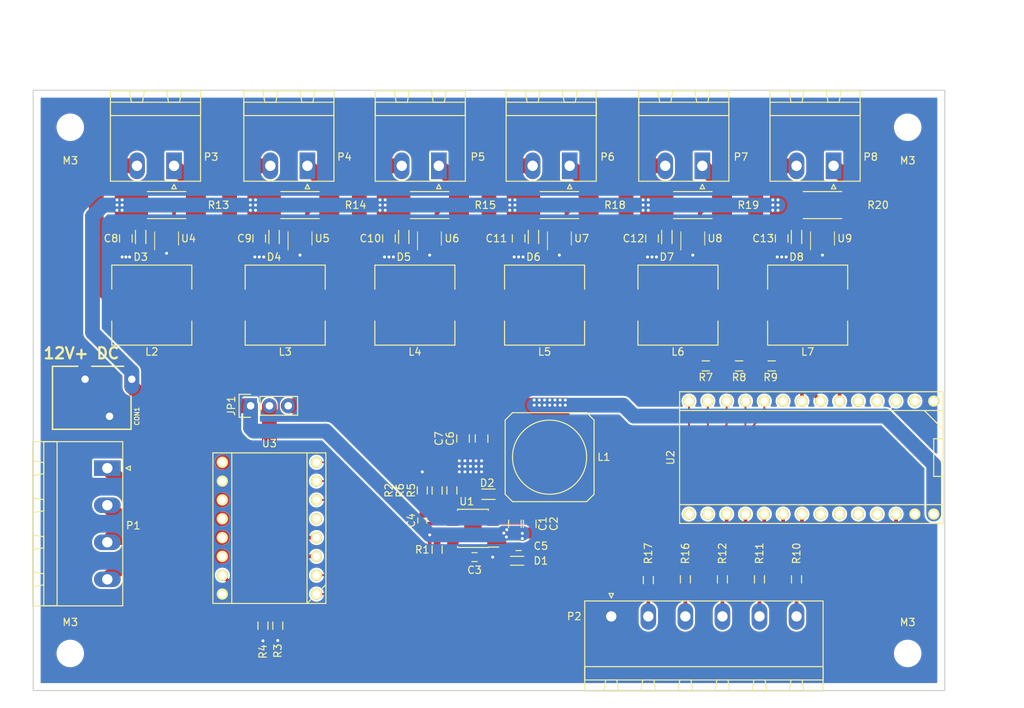
<source format=kicad_pcb>
(kicad_pcb (version 20221018) (generator pcbnew)
  (layers (0 "F.Cu" signal) (31 "B.Cu" signal) (34 "B.Paste" user) (35 "F.Paste" user) (36 "B.SilkS" user "B.Silkscreen") (37 "F.SilkS" user "F.Silkscreen") (38 "B.Mask" user) (39 "F.Mask" user) (44 "Edge.Cuts" user))
  (net 0 "")
  (net 1 "+12V")
  (net 2 "GND")
  (net 3 "+5V")
  (net 4 "Net-(D3-Pad2)")
  (net 5 "Net-(D4-Pad2)")
  (net 6 "Net-(D5-Pad2)")
  (net 7 "Net-(D6-Pad2)")
  (net 8 "VMOTOR")
  (net 9 "Net-(L2-Pad1)")
  (net 10 "Net-(L3-Pad1)")
  (net 11 "Net-(L4-Pad1)")
  (net 12 "Net-(L5-Pad1)")
  (net 13 "Net-(L6-Pad1)")
  (net 14 "/BTN4")
  (net 15 "/BTN3")
  (net 16 "/BTN2")
  (net 17 "/BTN1")
  (net 18 "/BTN0")
  (net 19 "Net-(P3-Pad1)")
  (net 20 "Net-(P4-Pad1)")
  (net 21 "Net-(P5-Pad1)")
  (net 22 "Net-(P6-Pad1)")
  (net 23 "Net-(P7-Pad1)")
  (net 24 "Net-(P8-Pad1)")
  (net 25 "/VIO")
  (net 26 "/PWM_R")
  (net 27 "Net-(R8-Pad2)")
  (net 28 "/PWM_G")
  (net 29 "Net-(R9-Pad2)")
  (net 30 "/PWM_B")
  (net 31 "/MOTOR_MS2")
  (net 32 "/MOTOR_STEP")
  (net 33 "/MOTOR_DIR")
  (net 34 "/MOTOR_MS1")
  (net 35 "/MOTOR_EN")
  (net 36 "/M2-B")
  (net 37 "/M2-A")
  (net 38 "/M1-A")
  (net 39 "/M1-B")
  (net 40 "Net-(C3-Pad1)")
  (net 41 "Net-(C4-Pad1)")
  (net 42 "Net-(C4-Pad2)")
  (net 43 "Net-(C5-Pad1)")
  (net 44 "Net-(D7-Pad2)")
  (net 45 "Net-(D8-Pad2)")
  (net 46 "Net-(L7-Pad1)")
  (net 47 "Net-(R1-Pad1)")
  (net 48 "Net-(R3-Pad1)")
  (net 49 "Net-(R4-Pad1)")
  (net 50 "Net-(R5-Pad1)")
  (net 51 "Net-(R7-Pad2)")
  (net 52 "Net-(U2-Pad3)")
  (net 53 "Net-(U2-Pad2)")
  (net 54 "Net-(U2-Pad9)")
  (net 55 "Net-(U2-Pad15)")
  (net 56 "Net-(U2-Pad16)")
  (net 57 "Net-(U3-Pad5)")
  (net 58 "Net-(U2-Pad25)")
  (net 59 "Net-(U2-Pad22)")
  (net 60 "Net-(U2-Pad23)")
  (net 61 "Net-(U2-Pad24)")
  (net 62 "/SW")
  (net 63 "Net-(U2-Pad5)")
  (net 64 "Net-(U2-Pad4)")
  (footprint "Capacitors_SMD:C_0805_HandSoldering" (layer "F.Cu") (at 136 124.5 90)
    (fp_text reference "C1")
    (fp_text value "10uF")
  )
  (footprint "Capacitors_SMD:C_0805_HandSoldering" (layer "F.Cu") (at 138 124.5 90)
    (fp_text reference "C2")
    (fp_text value "10uF")
  )
  (footprint "Capacitors_SMD:C_0805_HandSoldering" (layer "F.Cu") (at 131.5 113 -90)
    (fp_text reference "C6")
    (fp_text value "22uF")
  )
  (footprint "Capacitors_SMD:C_0805_HandSoldering" (layer "F.Cu") (at 129 113 -90)
    (fp_text reference "C7")
    (fp_text value "22uF")
  )
  (footprint "Capacitors_SMD:C_0805_HandSoldering" (layer "F.Cu") (at 83.5 86 -90)
    (fp_text reference "C8")
    (fp_text value "10uF")
  )
  (footprint "Capacitors_SMD:C_0805_HandSoldering" (layer "F.Cu") (at 154.5 86 -90)
    (fp_text reference "C12")
    (fp_text value "10uF")
  )
  (footprint "Capacitors_SMD:C_0805_HandSoldering" (layer "F.Cu") (at 172 86 -90)
    (fp_text reference "C13")
    (fp_text value "10uF")
  )
  (footprint "Diodes_SMD:D_0805" (layer "F.Cu") (at 132.22723 120.516482 180)
    (fp_text reference "D2")
    (fp_text value "MBRS130")
  )
  (footprint "Diodes_SMD:D_0805" (layer "F.Cu") (at 85.5 86 -90)
    (fp_text reference "D3")
    (fp_text value "1N5819")
  )
  (footprint "Diodes_SMD:D_0805" (layer "F.Cu") (at 103.5 86 -90)
    (fp_text reference "D4")
    (fp_text value "1N5819")
  )
  (footprint "Diodes_SMD:D_0805" (layer "F.Cu") (at 121 86 -90)
    (fp_text reference "D5")
    (fp_text value "1N5819")
  )
  (footprint "Diodes_SMD:D_0805" (layer "F.Cu") (at 138.5 86 -90)
    (fp_text reference "D6")
    (fp_text value "1N5819")
  )
  (footprint "Diodes_SMD:D_0805" (layer "F.Cu") (at 174 86 -90)
    (fp_text reference "D8")
    (fp_text value "1N5819")
  )
  (footprint "Pin_Headers:Pin_Header_Straight_1x03" (layer "F.Cu") (at 100.33 108.585 90)
    (fp_text reference "JP1")
    (fp_text value "Jumper_NC_Dual")
  )
  (footprint "Inductors:Inductor_Wurth_HCI-1030" (layer "F.Cu") (at 87 95 180)
    (fp_text reference "L2")
    (fp_text value "100uH")
  )
  (footprint "Inductors:Inductor_Wurth_HCI-1030" (layer "F.Cu") (at 105 95 180)
    (fp_text reference "L3")
    (fp_text value "100uH")
  )
  (footprint "Inductors:Inductor_Wurth_HCI-1030" (layer "F.Cu") (at 122.5 95 180)
    (fp_text reference "L4")
    (fp_text value "100uH")
  )
  (footprint "Inductors:Inductor_Wurth_HCI-1030" (layer "F.Cu") (at 140 95 180)
    (fp_text reference "L5")
    (fp_text value "100uH")
  )
  (footprint "Inductors:Inductor_Wurth_HCI-1030" (layer "F.Cu") (at 158 95 180)
    (fp_text reference "L6")
    (fp_text value "100uH")
  )
  (footprint "Resistors_SMD:R_0603_HandSoldering" (layer "F.Cu") (at 125.5 128 -90)
    (fp_text reference "R1")
    (fp_text value "100k")
  )
  (footprint "Resistors_SMD:R_0603_HandSoldering" (layer "F.Cu") (at 123.5 120 -90)
    (fp_text reference "R2")
    (fp_text value "6.8k")
  )
  (footprint "Resistors_SMD:R_0603_HandSoldering" (layer "F.Cu") (at 104 138.25 -90)
    (fp_text reference "R3")
    (fp_text value "0")
  )
  (footprint "Resistors_SMD:R_0603_HandSoldering" (layer "F.Cu") (at 102 138.25 -90)
    (fp_text reference "R4")
    (fp_text value "0")
  )
  (footprint "Resistors_SMD:R_0603_HandSoldering" (layer "F.Cu") (at 127.5 120 90)
    (fp_text reference "R5")
    (fp_text value "10k")
  )
  (footprint "Resistors_SMD:R_0603_HandSoldering" (layer "F.Cu") (at 125.5 120.016482 90)
    (fp_text reference "R6")
    (fp_text value "44.2k")
  )
  (footprint "Resistors_SMD:R_0603_HandSoldering" (layer "F.Cu") (at 161.75 103.2)
    (fp_text reference "R7")
    (fp_text value "22")
  )
  (footprint "Resistors_SMD:R_0603_HandSoldering" (layer "F.Cu") (at 166.25 103.2)
    (fp_text reference "R8")
    (fp_text value "22")
  )
  (footprint "Resistors_SMD:R_0603_HandSoldering" (layer "F.Cu") (at 170.65 103.2)
    (fp_text reference "R9")
    (fp_text value "22")
  )
  (footprint "Resistors_SMD:R_0603_HandSoldering" (layer "F.Cu") (at 174 132 -90)
    (fp_text reference "R10")
    (fp_text value "10k")
  )
  (footprint "Resistors_SMD:R_2512_HandSoldering" (layer "F.Cu") (at 89 81.5 180)
    (fp_text reference "R13")
    (fp_text value "0.3")
  )
  (footprint "Resistors_SMD:R_2512_HandSoldering" (layer "F.Cu") (at 107 81.5 180)
    (fp_text reference "R14")
    (fp_text value "0.3")
  )
  (footprint "Resistors_SMD:R_2512_HandSoldering" (layer "F.Cu") (at 177.5 81.5 180)
    (fp_text reference "R20")
    (fp_text value "0.3")
  )
  (footprint "Resistors_SMD:R_0603_HandSoldering" (layer "F.Cu") (at 154 132.1 -90)
    (fp_text reference "R17")
    (fp_text value "10k")
  )
  (footprint "Housings_SOIC:SOIC-8-1EP_3.9x4.9mm_Pitch1.27mm" (layer "F.Cu") (at 130.33473 125.123982 180)
    (fp_text reference "U1")
    (fp_text value "MP2307")
  )
  (footprint "TO_SOT_Packages_SMD:SOT-23-5" (layer "F.Cu") (at 89 86 90)
    (fp_text reference "U4")
    (fp_text value "AL8861")
  )
  (footprint "TO_SOT_Packages_SMD:SOT-23-5" (layer "F.Cu") (at 107 86 90)
    (fp_text reference "U5")
    (fp_text value "AL8861")
  )
  (footprint "TO_SOT_Packages_SMD:SOT-23-5" (layer "F.Cu") (at 124.46 86 90)
    (fp_text reference "U6")
    (fp_text value "AL8861")
  )
  (footprint "TO_SOT_Packages_SMD:SOT-23-5" (layer "F.Cu") (at 142 86 90)
    (fp_text reference "U7")
    (fp_text value "AL8861")
  )
  (footprint "TO_SOT_Packages_SMD:SOT-23-5" (layer "F.Cu") (at 160 86 90)
    (fp_text reference "U8")
    (fp_text value "AL8861")
  )
  (footprint "TO_SOT_Packages_SMD:SOT-23-5" (layer "F.Cu") (at 177.5 86 90)
    (fp_text reference "U9")
    (fp_text value "AL8861")
  )
  (footprint "Connectors_Phoenix:PhoenixContact_MSTBA-G_02x5.00mm_Angled" (layer "F.Cu") (at 90 76.2 180)
    (fp_text reference "P3")
    (fp_text value "CONN_01X02")
  )
  (footprint "Connectors_Phoenix:PhoenixContact_MSTBA-G_02x5.00mm_Angled" (layer "F.Cu") (at 108 76.2 180)
    (fp_text reference "P4")
    (fp_text value "CONN_01X02")
  )
  (footprint "Connectors_Phoenix:PhoenixContact_MSTBA-G_02x5.00mm_Angled" (layer "F.Cu") (at 125.73 76.2 180)
    (fp_text reference "P5")
    (fp_text value "CONN_01X02")
  )
  (footprint "Connectors_Phoenix:PhoenixContact_MSTBA-G_02x5.00mm_Angled" (layer "F.Cu") (at 143.39 76.2 180)
    (fp_text reference "P6")
    (fp_text value "CONN_01X02")
  )
  (footprint "Connectors_Phoenix:PhoenixContact_MSTBA-G_02x5.00mm_Angled" (layer "F.Cu") (at 161.29 76.2 180)
    (fp_text reference "P7")
    (fp_text value "CONN_01X02")
  )
  (footprint "Connectors_Phoenix:PhoenixContact_MSTBA-G_02x5.00mm_Angled" (layer "F.Cu") (at 179 76.2 180)
    (fp_text reference "P8")
    (fp_text value "CONN_01X02")
  )
  (footprint "Connectors_Sparkfun:POWER_JACK_SLOT" (layer "F.Cu") (at 70.50192 102.4219 -90)
    (fp_text reference "CON1")
    (fp_text value "DC_BARREL_JACK" hide)
  )
  (footprint "Capacitors_SMD:C_0603_HandSoldering" (layer "F.Cu") (at 130.55 129)
    (fp_text reference "C3")
    (fp_text value "0.1uF")
  )
  (footprint "Capacitors_SMD:C_0603_HandSoldering" (layer "F.Cu") (at 123.5 124.05 90)
    (fp_text reference "C4")
    (fp_text value "3.9nF")
  )
  (footprint "Capacitors_SMD:C_0603_HandSoldering" (layer "F.Cu") (at 136.5 127.516482)
    (fp_text reference "C5")
    (fp_text value "10nF")
  )
  (footprint "Capacitors_SMD:C_0805_HandSoldering" (layer "F.Cu") (at 101.5 86 -90)
    (fp_text reference "C9")
    (fp_text value "10uF")
  )
  (footprint "Capacitors_SMD:C_0805_HandSoldering" (layer "F.Cu") (at 119 86 -90)
    (fp_text reference "C10")
    (fp_text value "10uF")
  )
  (footprint "Capacitors_SMD:C_0805_HandSoldering" (layer "F.Cu") (at 136.5 86 -90)
    (fp_text reference "C11")
    (fp_text value "10uF")
  )
  (footprint "Diodes_SMD:D_0603" (layer "F.Cu") (at 136.5 129.5)
    (fp_text reference "D1")
    (fp_text value "IN4148")
  )
  (footprint "Diodes_SMD:D_0805" (layer "F.Cu") (at 156.5 86 -90)
    (fp_text reference "D7")
    (fp_text value "1N5819")
  )
  (footprint "Inductors:SELF-WE-PD-XXL" (layer "F.Cu") (at 140.67723 115.516482 90)
    (fp_text reference "L1")
    (fp_text value "10uH")
  )
  (footprint "Inductors:Inductor_Wurth_HCI-1030" (layer "F.Cu") (at 175.5 95 180)
    (fp_text reference "L7")
    (fp_text value "100uH")
  )
  (footprint "Connectors_Phoenix:PhoenixContact_MSTBA-G_04x5.00mm_Angled" (layer "F.Cu") (at 81 117 -90)
    (fp_text reference "P1")
    (fp_text value "CONN_01X04")
  )
  (footprint "Connectors_Phoenix:PhoenixContact_MSTBA-G_06x5.00mm_Angled" (layer "F.Cu") (at 149 137)
    (fp_text reference "P2")
    (fp_text value "CONN_01X06")
  )
  (footprint "Resistors_SMD:R_0603_HandSoldering" (layer "F.Cu") (at 169 132 -90)
    (fp_text reference "R11")
    (fp_text value "10k")
  )
  (footprint "Resistors_SMD:R_0603_HandSoldering" (layer "F.Cu") (at 164 132 -90)
    (fp_text reference "R12")
    (fp_text value "10k")
  )
  (footprint "Resistors_SMD:R_0603_HandSoldering" (layer "F.Cu") (at 159 132 -90)
    (fp_text reference "R16")
    (fp_text value "10k")
  )
  (footprint "Resistors_SMD:R_2512_HandSoldering" (layer "F.Cu") (at 142 81.5 180)
    (fp_text reference "R18")
    (fp_text value "0.3")
  )
  (footprint "Resistors_SMD:R_2512_HandSoldering" (layer "F.Cu") (at 160 81.5 180)
    (fp_text reference "R19")
    (fp_text value "0.3")
  )
  (footprint "Resistors_SMD:R_2512_HandSoldering" (layer "F.Cu") (at 124.5 81.5 180)
    (fp_text reference "R15")
    (fp_text value "0.3")
  )
  (footprint "NQBit:TEENSY_3.2" (layer "F.Cu") (at 176 115.57 -90)
    (fp_text reference "U2")
    (fp_text value "TEENSY_3.2")
  )
  (footprint "NQBit:TMC2208_SILENTSTEPSTICK" (layer "F.Cu") (at 102.87 125.095 180)
    (fp_text reference "U3")
    (fp_text value "STEP_STICK_TMC2208")
  )
  (footprint "Mounting_Holes:MountingHole_3.2mm_M3" (layer "F.Cu") (at 189 71)
    (fp_text reference "M3")
    (fp_text value "MountingHole_3.2mm_M3")
  )
  (footprint "Mounting_Holes:MountingHole_3.2mm_M3" (layer "F.Cu") (at 189 142)
    (fp_text reference "M3")
    (fp_text value "MountingHole_3.2mm_M3")
  )
  (footprint "Mounting_Holes:MountingHole_3.2mm_M3" (layer "F.Cu") (at 76 142)
    (fp_text reference "M3")
    (fp_text value "MountingHole_3.2mm_M3")
  )
  (footprint "Mounting_Holes:MountingHole_3.2mm_M3" (layer "F.Cu") (at 76 71)
    (fp_text reference "M3")
    (fp_text value "MountingHole_3.2mm_M3")
  )
  (gr_line (start 71 66) (end 194 66) (stroke (width 0.15)) (layer "Edge.Cuts"))
  (gr_line (start 194 147) (end 71 147) (stroke (width 0.15)) (layer "Edge.Cuts"))
  (gr_line (start 194 66) (end 194 147) (stroke (width 0.15)) (layer "Edge.Cuts"))
  (gr_line (start 71 147) (end 71 66) (stroke (width 0.15)) (layer "Edge.Cuts"))
  (gr_text "12V+ DC" (at 77.5 101.5) (layer "F.SilkS") (effects (font (size 1.5 1.5) (thickness 0.3))))
  (segment (start 136.25 125.75) (end 137 126.5) (width 0.5) (layer "F.Cu") (net 1))
  (segment (start 134.508982 125.75) (end 134.5 125.758982) (width 0.1524) (layer "F.Cu") (net 1))
  (segment (start 133.03473 125.758982) (end 134.441018 125.758982) (width 0.5) (layer "F.Cu") (net 1))
  (segment (start 133.03473 125.758982) (end 134.327703 125.758982) (width 0.5) (layer "F.Cu") (net 1))
  (segment (start 153.3 81.5) (end 153.3 82.2) (width 0.5) (layer "F.Cu") (net 1))
  (segment (start 103.05 81.5) (end 101 81.5) (width 0.5) (layer "F.Cu") (net 1))
  (segment (start 136 125.75) (end 136.417982 125.75) (width 0.5) (layer "F.Cu") (net 1))
  (segment (start 137.75 125.75) (end 137 126.5) (width 0.5) (layer "F.Cu") (net 1))
  (segment (start 100.3 81.5) (end 100.3 80.8) (width 0.5) (layer "F.Cu") (net 1))
  (segment (start 137 125.8) (end 137 126.5) (width 0.5) (layer "F.Cu") (net 1))
  (segment (start 173.55 81.5) (end 171.5 81.5) (width 0.5) (layer "F.Cu") (net 1))
  (segment (start 138 125.75) (end 137.75 125.75) (width 0.5) (layer "F.Cu") (net 1))
  (segment (start 138 125.75) (end 137.05 125.75) (width 0.5) (layer "F.Cu") (net 1))
  (segment (start 134.441018 125.758982) (end 134.9 125.3) (width 0.5) (layer "F.Cu") (net 1))
  (segment (start 136.417982 125.75) (end 137 125.167982) (width 0.5) (layer "F.Cu") (net 1))
  (segment (start 136 125.75) (end 136.25 125.75) (width 0.5) (layer "F.Cu") (net 1))
  (segment (start 137.95 125.8) (end 138 125.75) (width 0.5) (layer "F.Cu") (net 1))
  (segment (start 101 80.8) (end 101 82.2) (width 0.5) (layer "F.Cu") (net 1))
  (segment (start 138 125.75) (end 137.582018 125.75) (width 0.5) (layer "F.Cu") (net 1))
  (segment (start 134.327703 125.758982) (end 134.846636 126.277915) (width 0.5) (layer "F.Cu") (net 1))
  (segment (start 156.05 81.5) (end 154 81.5) (width 0.5) (layer "F.Cu") (net 1))
  (segment (start 137.582018 125.75) (end 137 125.167982) (width 0.5) (layer "F.Cu") (net 1))
  (segment (start 84.30174 105) (end 84.30174 105.99949) (width 2) (layer "F.Cu") (net 1))
  (segment (start 171.5 82.2) (end 170.8 82.2) (width 0.5) (layer "F.Cu") (net 1))
  (segment (start 154 80.8) (end 153.3 80.8) (width 0.5) (layer "F.Cu") (net 1))
  (segment (start 136 125.75) (end 135.35 125.75) (width 0.5) (layer "F.Cu") (net 1))
  (segment (start 124.5 128.1) (end 124.5 126) (width 0.5) (layer "F.Cu") (net 1))
  (segment (start 118.5 80.8) (end 118.5 82.2) (width 0.5) (layer "F.Cu") (net 1))
  (segment (start 85.05 81.5) (end 83 81.5) (width 0.5) (layer "F.Cu") (net 1))
  (segment (start 136 125.75) (end 135.374551 125.75) (width 0.5) (layer "F.Cu") (net 1))
  (segment (start 125.5 129.1) (end 124.5 128.1) (width 0.5) (layer "F.Cu") (net 1))
  (segment (start 86.88725 108.585) (end 100.33 108.585) (width 2) (layer "F.Cu") (net 1))
  (segment (start 137.05 125.75) (end 137 125.8) (width 0.5) (layer "F.Cu") (net 1))
  (segment (start 135.35 125.75) (end 134.9 125.3) (width 0.5) (layer "F.Cu") (net 1))
  (segment (start 83 81.5) (end 83 80.8) (width 0.5) (layer "F.Cu") (net 1))
  (segment (start 82.3 81.5) (end 82.3 80.8) (width 0.5) (layer "F.Cu") (net 1))
  (segment (start 134.5 125.758982) (end 135.39473 125.758982) (width 0.5) (layer "F.Cu") (net 1))
  (segment (start 83 82.2) (end 82.3 82.2) (width 0.5) (layer "F.Cu") (net 1))
  (segment (start 135.374551 125.75) (end 134.846636 126.277915) (width 0.5) (layer "F.Cu") (net 1))
  (segment (start 117.8 81.5) (end 117.8 80.8) (width 0.5) (layer "F.Cu") (net 1))
  (segment (start 136 81.5) (end 135.7 81.5) (width 0.5) (layer "F.Cu") (net 1))
  (segment (start 135.39473 125.758982) (end 135.46223 125.691482) (width 0.5) (layer "F.Cu") (net 1))
  (segment (start 133.03473 125.758982) (end 134.5 125.758982) (width 0.5) (layer "F.Cu") (net 1))
  (segment (start 171.5 81.5) (end 170.8 81.5) (width 0.5) (layer "F.Cu") (net 1))
  (segment (start 120.55 81.5) (end 118.5 81.5) (width 0.5) (layer "F.Cu") (net 1))
  (segment (start 135.3 81.5) (end 135.3 80.8) (width 0.5) (layer "F.Cu") (net 1))
  (segment (start 136 82.2) (end 135.3 82.2) (width 0.5) (layer "F.Cu") (net 1))
  (segment (start 138.05 81.5) (end 136 81.5) (width 0.5) (layer "F.Cu") (net 1))
  (segment (start 136 125.75) (end 134.508982 125.75) (width 0.1524) (layer "F.Cu") (net 1))
  (segment (start 84.30174 105.99949) (end 86.88725 108.585) (width 2) (layer "F.Cu") (net 1))
  (segment (start 170.8 80.8) (end 171.5 80.8) (width 0.5) (layer "F.Cu") (net 1))
  (via (at 118.5 81.5) (size 0.6) (drill 0.4) (layers "F.Cu" "B.Cu") (net 1))
  (via (at 137 126.5) (size 0.6) (drill 0.4) (layers "F.Cu" "B.Cu") (net 1))
  (via (at 153.3 80.8) (size 0.6) (drill 0.4) (layers "F.Cu" "B.Cu") (net 1))
  (via (at 82.3 80.8) (size 0.6) (drill 0.4) (layers "F.Cu" "B.Cu") (net 1))
  (via (at 83 80.8) (size 0.6) (drill 0.4) (layers "F.Cu" "B.Cu") (net 1))
  (via (at 83 82.2) (size 0.6) (drill 0.4) (layers "F.Cu" "B.Cu") (net 1))
  (via (at 100.3 81.5) (size 0.6) (drill 0.4) (layers "F.Cu" "B.Cu") (net 1))
  (via (at 135.3 82.2) (size 0.6) (drill 0.4) (layers "F.Cu" "B.Cu") (net 1))
  (via (at 170.8 80.8) (size 0.6) (drill 0.4) (layers "F.Cu" "B.Cu") (net 1))
  (via (at 136 80.8) (size 0.6) (drill 0.4) (layers "F.Cu" "B.Cu") (net 1))
  (via (at 100.3 82.2) (size 0.6) (drill 0.4) (layers "F.Cu" "B.Cu") (net 1))
  (via (at 154 82.2) (size 0.6) (drill 0.4) (layers "F.Cu" "B.Cu") (net 1))
  (via (at 135.3 81.5) (size 0.6) (drill 0.4) (layers "F.Cu" "B.Cu") (net 1))
  (via (at 117.8 81.5) (size 0.6) (drill 0.4) (layers "F.Cu" "B.Cu") (net 1))
  (via (at 101 80.8) (size 0.6) (drill 0.4) (layers "F.Cu" "B.Cu") (net 1))
  (via (at 154 81.5) (size 0.6) (drill 0.4) (layers "F.Cu" "B.Cu") (net 1))
  (via (at 134.9 125.3) (size 0.6) (drill 0.4) (layers "F.Cu" "B.Cu") (net 1))
  (via (at 118.5 80.8) (size 0.6) (drill 0.4) (layers "F.Cu" "B.Cu") (net 1))
  (via (at 136 82.2) (size 0.6) (drill 0.4) (layers "F.Cu" "B.Cu") (net 1))
  (via (at 137 125.8) (size 0.6) (drill 0.4) (layers "F.Cu" "B.Cu") (net 1))
  (via (at 82.3 82.2) (size 0.6) (drill 0.4) (layers "F.Cu" "B.Cu") (net 1))
  (via (at 134.846636 126.277915) (size 0.6) (drill 0.4) (layers "F.Cu" "B.Cu") (net 1))
  (via (at 124.5 126) (size 0.6) (drill 0.4) (layers "F.Cu" "B.Cu") (net 1))
  (via (at 170.8 81.5) (size 0.6) (drill 0.4) (layers "F.Cu" "B.Cu") (net 1))
  (via (at 154 80.8) (size 0.6) (drill 0.4) (layers "F.Cu" "B.Cu") (net 1))
  (via (at 101 82.2) (size 0.6) (drill 0.4) (layers "F.Cu" "B.Cu") (net 1))
  (via (at 134.5 125.758982) (size 0.6) (drill 0.4) (layers "F.Cu" "B.Cu") (net 1))
  (via (at 117.8 80.8) (size 0.6) (drill 0.4) (layers "F.Cu" "B.Cu") (net 1))
  (via (at 101 81.5) (size 0.6) (drill 0.4) (layers "F.Cu" "B.Cu") (net 1))
  (via (at 83 81.5) (size 0.6) (drill 0.4) (layers "F.Cu" "B.Cu") (net 1))
  (via (at 153.3 82.2) (size 0.6) (drill 0.4) (layers "F.Cu" "B.Cu") (net 1))
  (via (at 136 81.5) (size 0.6) (drill 0.4) (layers "F.Cu" "B.Cu") (net 1))
  (via (at 153.3 81.5) (size 0.6) (drill 0.4) (layers "F.Cu" "B.Cu") (net 1))
  (via (at 171.5 82.2) (size 0.6) (drill 0.4) (layers "F.Cu" "B.Cu") (net 1))
  (via (at 82.3 81.5) (size 0.6) (drill 0.4) (layers "F.Cu" "B.Cu") (net 1))
  (via (at 135.3 80.8) (size 0.6) (drill 0.4) (layers "F.Cu" "B.Cu") (net 1))
  (via (at 170.8 82.2) (size 0.6) (drill 0.4) (layers "F.Cu" "B.Cu") (net 1))
  (via (at 118.5 82.2) (size 0.6) (drill 0.4) (layers "F.Cu" "B.Cu") (net 1))
  (via (at 117.8 82.2) (size 0.6) (drill 0.4) (layers "F.Cu" "B.Cu") (net 1))
  (via (at 100.3 80.8) (size 0.6) (drill 0.4) (layers "F.Cu" "B.Cu") (net 1))
  (via (at 171.5 80.8) (size 0.6) (drill 0.4) (layers "F.Cu" "B.Cu") (net 1))
  (via (at 171.5 81.5) (size 0.6) (drill 0.4) (layers "F.Cu" "B.Cu") (net 1))
  (segment (start 83 80.8) (end 83 82.2) (width 0.5) (layer "B.Cu") (net 1))
  (segment (start 79 83) (end 80.5 81.5) (width 2) (layer "B.Cu") (net 1))
  (segment (start 134.5 125.758982) (end 136.958982 125.758982) (width 2) (layer "B.Cu") (net 1))
  (segment (start 124.5 126) (end 134.258982 126) (width 2) (layer "B.Cu") (net 1))
  (segment (start 100.33 108.585) (end 100.33 111.601) (width 2) (layer "B.Cu") (net 1))
  (segment (start 118.5 81.5) (end 136 81.5) (width 2) (layer "B.Cu") (net 1))
  (segment (start 84.30174 104.00051) (end 79 98.69877) (width 2) (layer "B.Cu") (net 1))
  (segment (start 83 81.5) (end 101 81.5) (width 2) (layer "B.Cu") (net 1))
  (segment (start 100.3 80.8) (end 101 80.8) (width 0.5) (layer "B.Cu") (net 1))
  (segment (start 118.5 82.2) (end 117.8 82.2) (width 0.5) (layer "B.Cu") (net 1))
  (segment (start 171.5 80.8) (end 171.5 82.2) (width 0.5) (layer "B.Cu") (net 1))
  (segment (start 135.3 80.8) (end 136 80.8) (width 0.5) (layer "B.Cu") (net 1))
  (segment (start 154 81.5) (end 154 80.8) (width 0.5) (layer "B.Cu") (net 1))
  (segment (start 117.8 80.8) (end 118.5 80.8) (width 0.5) (layer "B.Cu") (net 1))
  (segment (start 79 98.69877) (end 79 83) (width 2) (layer "B.Cu") (net 1))
  (segment (start 118.5 81.5) (end 117.8 81.5) (width 0.5) (layer "B.Cu") (net 1))
  (segment (start 110.5 112) (end 124.5 126) (width 2) (layer "B.Cu") (net 1))
  (segment (start 153.3 82.2) (end 154 82.2) (width 0.5) (layer "B.Cu") (net 1))
  (segment (start 101 81.5) (end 100.3 81.5) (width 0.5) (layer "B.Cu") (net 1))
  (segment (start 136.958982 125.758982) (end 137 125.8) (width 2) (layer "B.Cu") (net 1))
  (segment (start 154 81.5) (end 171.5 81.5) (width 2) (layer "B.Cu") (net 1))
  (segment (start 136 81.5) (end 154 81.5) (width 2) (layer "B.Cu") (net 1))
  (segment (start 82.3 82.2) (end 82.3 81.5) (width 0.5) (layer "B.Cu") (net 1))
  (segment (start 100.729 112) (end 110.5 112) (width 2) (layer "B.Cu") (net 1))
  (segment (start 170.8 81.5) (end 170.8 80.8) (width 0.5) (layer "B.Cu") (net 1))
  (segment (start 136 81.5) (end 136 82.2) (width 0.5) (layer "B.Cu") (net 1))
  (segment (start 134.258982 126) (end 134.5 125.758982) (width 2) (layer "B.Cu") (net 1))
  (segment (start 100.33 111.601) (end 100.729 112) (width 2) (layer "B.Cu") (net 1))
  (segment (start 80.5 81.5) (end 83 81.5) (width 2) (layer "B.Cu") (net 1))
  (segment (start 101 82.2) (end 100.3 82.2) (width 0.5) (layer "B.Cu") (net 1))
  (segment (start 135.3 82.2) (end 135.3 81.5) (width 0.5) (layer "B.Cu") (net 1))
  (segment (start 101 81.5) (end 118.5 81.5) (width 2) (layer "B.Cu") (net 1))
  (segment (start 84.30174 105) (end 84.30174 104.00051) (width 2) (layer "B.Cu") (net 1))
  (segment (start 153.3 80.8) (end 153.3 81.5) (width 0.5) (layer "B.Cu") (net 1))
  (segment (start 119 87.25) (end 119 88.5) (width 0.5) (layer "F.Cu") (net 2))
  (segment (start 135.9 88.5) (end 137.1 88.5) (width 0.5) (layer "F.Cu") (net 2))
  (segment (start 100.9 88.5) (end 102.1 88.5) (width 0.5) (layer "F.Cu") (net 2))
  (segment (start 130.75 117.5) (end 130.75 116.75) (width 0.5) (layer "F.Cu") (net 2))
  (segment (start 153.9 88.5) (end 155.1 88.5) (width 0.5) (layer "F.Cu") (net 2))
  (segment (start 89.05 87.1) (end 89.05 87.95) (width 0.5) (layer "F.Cu") (net 2))
  (segment (start 101.5 87.25) (end 101.5 87.9) (width 0.5) (layer "F.Cu") (net 2))
  (segment (start 136.5 87.25) (end 136.5 88.5) (width 0.5) (layer "F.Cu") (net 2))
  (segment (start 104 139.35) (end 104 140.25) (width 0.5) (layer "F.Cu") (net 2))
  (segment (start 154.5 87.25) (end 154.5 87.9) (width 0.5) (layer "F.Cu") (net 2))
  (segment (start 119 87.25) (end 119 87.9) (width 0.5) (layer "F.Cu") (net 2))
  (segment (start 130.75 116) (end 130 116) (width 0.5) (layer "F.Cu") (net 2))
  (segment (start 123.5 118.9) (end 123.5 117.5) (width 0.5) (layer "F.Cu") (net 2))
  (segment (start 131.5 129) (end 133 129) (width 0.5) (layer "F.Cu") (net 2))
  (segment (start 172 87.9) (end 171.4 88.5) (width 0.5) (layer "F.Cu") (net 2))
  (segment (start 102 139.35) (end 102 140.3) (width 0.5) (layer "F.Cu") (net 2))
  (segment (start 172 87.25) (end 172 88.5) (width 0.5) (layer "F.Cu") (net 2))
  (segment (start 154.5 87.9) (end 153.9 88.5) (width 0.5) (layer "F.Cu") (net 2))
  (segment (start 142 87.1) (end 142 88.25) (width 0.5) (layer "F.Cu") (net 2))
  (segment (start 128.5 116.75) (end 128.5 117.5) (width 0.5) (layer "F.Cu") (net 2))
  (segment (start 89.05 87.95) (end 89 88) (width 0.5) (layer "F.Cu") (net 2))
  (segment (start 136.5 87.25) (end 136.5 87.9) (width 0.5) (layer "F.Cu") (net 2))
  (segment (start 136.5 87.9) (end 137.1 88.5) (width 0.5) (layer "F.Cu") (net 2))
  (segment (start 136.5 87.9) (end 135.9 88.5) (width 0.5) (layer "F.Cu") (net 2))
  (segment (start 83.5 87.25) (end 83.5 88) (width 0.5) (layer "F.Cu") (net 2))
  (segment (start 83.5 88) (end 83 88.5) (width 0.5) (layer "F.Cu") (net 2))
  (segment (start 154.5 87.25) (end 154.5 88.5) (width 0.5) (layer "F.Cu") (net 2))
  (segment (start 130 116.75) (end 130 117.5) (width 0.5) (layer "F.Cu") (net 2))
  (segment (start 118.4 88.5) (end 119.6 88.5) (width 0.5) (layer "F.Cu") (net 2))
  (segment (start 101.5 87.25) (end 101.5 88.5) (width 0.5) (layer "F.Cu") (net 2))
  (segment (start 177.5 87.1) (end 177.5 88.25) (width 0.5) (layer "F.Cu") (net 2))
  (segment (start 124.46 88.21) (end 124.5 88.25) (width 0.5) (layer "F.Cu") (net 2))
  (segment (start 119 87.9) (end 119.6 88.5) (width 0.5) (layer "F.Cu") (net 2))
  (segment (start 160 87.1) (end 160 88.25) (width 0.5) (layer "F.Cu") (net 2))
  (segment (start 129.25 117.5) (end 129.25 116.75) (width 0.5) (layer "F.Cu") (net 2))
  (segment (start 172 87.25) (end 172 87.9) (width 0.5) (layer "F.Cu") (net 2))
  (segment (start 119 87.9) (end 118.4 88.5) (width 0.5) (layer "F.Cu") (net 2))
  (segment (start 101.5 87.9) (end 100.9 88.5) (width 0.5) (layer "F.Cu") (net 2))
  (segment (start 124.46 87.1) (end 124.46 88.21) (width 0.5) (layer "F.Cu") (net 2))
  (segment (start 107 87.1) (end 107 88.25) (width 0.5) (layer "F.Cu") (net 2))
  (segment (start 131.5 114.25) (end 131.5 116) (width 0.5) (layer "F.Cu") (net 2))
  (segment (start 131.5 116.75) (end 131.5 117.5) (width 0.5) (layer "F.Cu") (net 2))
  (segment (start 83.5 87.25) (end 83.5 88.5) (width 0.5) (layer "F.Cu") (net 2))
  (segment (start 83.5 88) (end 84 88.5) (width 0.5) (layer "F.Cu") (net 2))
  (segment (start 129.25 116) (end 128.5 116) (width 0.5) (layer "F.Cu") (net 2))
  (segment (start 154.5 87.9) (end 155.1 88.5) (width 0.5) (layer "F.Cu") (net 2))
  (segment (start 172 87.9) (end 172.6 88.5) (width 0.5) (layer "F.Cu") (net 2))
  (segment (start 101.5 87.9) (end 102.1 88.5) (width 0.5) (layer "F.Cu") (net 2))
  (via (at 104 140.25) (size 0.6) (drill 0.4) (layers "F.Cu" "B.Cu") (net 2))
  (via (at 128.5 117.5) (size 0.6) (drill 0.4) (layers "F.Cu" "B.Cu") (net 2))
  (via (at 118.4 88.5) (size 0.6) (drill 0.4) (layers "F.Cu" "B.Cu") (net 2))
  (via (at 131.5 116.75) (size 0.6) (drill 0.4) (layers "F.Cu" "B.Cu") (net 2))
  (via (at 83 88.5) (size 0.6) (drill 0.4) (layers "F.Cu" "B.Cu") (net 2))
  (via (at 130 116) (size 0.6) (drill 0.4) (layers "F.Cu" "B.Cu") (net 2))
  (via (at 130.75 117.5) (size 0.6) (drill 0.4) (layers "F.Cu" "B.Cu") (net 2))
  (via (at 129.25 116.75) (size 0.6) (drill 0.4) (layers "F.Cu" "B.Cu") (net 2))
  (via (at 89 88) (size 0.6) (drill 0.4) (layers "F.Cu" "B.Cu") (net 2))
  (via (at 130 116.75) (size 0.6) (drill 0.4) (layers "F.Cu" "B.Cu") (net 2))
  (via (at 172.6 88.5) (size 0.6) (drill 0.4) (layers "F.Cu" "B.Cu") (net 2))
  (via (at 133 129) (size 0.6) (drill 0.4) (layers "F.Cu" "B.Cu") (net 2))
  (via (at 123.5 117.5) (size 0.6) (drill 0.4) (layers "F.Cu" "B.Cu") (net 2))
  (via (at 84 88.5) (size 0.6) (drill 0.4) (layers "F.Cu" "B.Cu") (net 2))
  (via (at 129.25 117.5) (size 0.6) (drill 0.4) (layers "F.Cu" "B.Cu") (net 2))
  (via (at 102 140.3) (size 0.6) (drill 0.4) (layers "F.Cu" "B.Cu") (net 2))
  (via (at 101.5 88.5) (size 0.6) (drill 0.4) (layers "F.Cu" "B.Cu") (net 2))
  (via (at 119 88.5) (size 0.6) (drill 0.4) (layers "F.Cu" "B.Cu") (net 2))
  (via (at 131.5 117.5) (size 0.6) (drill 0.4) (layers "F.Cu" "B.Cu") (net 2))
  (via (at 154.5 88.5) (size 0.6) (drill 0.4) (layers "F.Cu" "B.Cu") (net 2))
  (via (at 83.5 88.5) (size 0.6) (drill 0.4) (layers "F.Cu" "B.Cu") (net 2))
  (via (at 128.5 116.75) (size 0.6) (drill 0.4) (layers "F.Cu" "B.Cu") (net 2))
  (via (at 131.5 116) (size 0.6) (drill 0.4) (layers "F.Cu" "B.Cu") (net 2))
  (via (at 100.9 88.5) (size 0.6) (drill 0.4) (layers "F.Cu" "B.Cu") (net 2))
  (via (at 102.1 88.5) (size 0.6) (drill 0.4) (layers "F.Cu" "B.Cu") (net 2))
  (via (at 142 88.25) (size 0.6) (drill 0.4) (layers "F.Cu" "B.Cu") (net 2))
  (via (at 119.6 88.5) (size 0.6) (drill 0.4) (layers "F.Cu" "B.Cu") (net 2))
  (via (at 135.9 88.5) (size 0.6) (drill 0.4) (layers "F.Cu" "B.Cu") (net 2))
  (via (at 136.5 88.5) (size 0.6) (drill 0.4) (layers "F.Cu" "B.Cu") (net 2))
  (via (at 124.5 88.25) (size 0.6) (drill 0.4) (layers "F.Cu" "B.Cu") (net 2))
  (via (at 128.5 116) (size 0.6) (drill 0.4) (layers "F.Cu" "B.Cu") (net 2))
  (via (at 130.75 116) (size 0.6) (drill 0.4) (layers "F.Cu" "B.Cu") (net 2))
  (via (at 153.9 88.5) (size 0.6) (drill 0.4) (layers "F.Cu" "B.Cu") (net 2))
  (via (at 129.25 116) (size 0.6) (drill 0.4) (layers "F.Cu" "B.Cu") (net 2))
  (via (at 137.1 88.5) (size 0.6) (drill 0.4) (layers "F.Cu" "B.Cu") (net 2))
  (via (at 155.1 88.5) (size 0.6) (drill 0.4) (layers "F.Cu" "B.Cu") (net 2))
  (via (at 130.75 116.75) (size 0.6) (drill 0.4) (layers "F.Cu" "B.Cu") (net 2))
  (via (at 171.4 88.5) (size 0.6) (drill 0.4) (layers "F.Cu" "B.Cu") (net 2))
  (via (at 160 88.25) (size 0.6) (drill 0.4) (layers "F.Cu" "B.Cu") (net 2))
  (via (at 130 117.5) (size 0.6) (drill 0.4) (layers "F.Cu" "B.Cu") (net 2))
  (via (at 107 88.25) (size 0.6) (drill 0.4) (layers "F.Cu" "B.Cu") (net 2))
  (via (at 177.5 88.25) (size 0.6) (drill 0.4) (layers "F.Cu" "B.Cu") (net 2))
  (via (at 172 88.5) (size 0.6) (drill 0.4) (layers "F.Cu" "B.Cu") (net 2))
  (segment (start 171.4 88.5) (end 172 88.5) (width 0.5) (layer "B.Cu") (net 2))
  (segment (start 128.5 116) (end 128.5 116.75) (width 0.5) (layer "B.Cu") (net 2))
  (segment (start 130 117.5) (end 130.75 117.5) (width 0.5) (layer "B.Cu") (net 2))
  (segment (start 101.5 88.5) (end 100.9 88.5) (width 0.5) (layer "B.Cu") (net 2))
  (segment (start 136.5 88.5) (end 135.9 88.5) (width 0.5) (layer "B.Cu") (net 2))
  (segment (start 129.25 116.75) (end 130 116.75) (width 0.5) (layer "B.Cu") (net 2))
  (segment (start 130 116) (end 129.25 116) (width 0.5) (layer "B.Cu") (net 2))
  (segment (start 130.75 116.75) (end 131.5 116.75) (width 0.5) (layer "B.Cu") (net 2))
  (segment (start 131.5 116) (end 130.75 116) (width 0.5) (layer "B.Cu") (net 2))
  (segment (start 154.5 88.5) (end 153.9 88.5) (width 0.5) (layer "B.Cu") (net 2))
  (segment (start 119 88.5) (end 118.4 88.5) (width 0.5) (layer "B.Cu") (net 2))
  (segment (start 128.5 117.5) (end 129.25 117.5) (width 0.5) (layer "B.Cu") (net 2))
  (segment (start 138.15 129.5) (end 145 122.65) (width 0.5) (layer "F.Cu") (net 3))
  (segment (start 105.41 108.585) (end 129 108.585) (width 2) (layer "F.Cu") (net 3))
  (segment (start 125.5 118.916482) (end 125.5 114.125) (width 0.5) (layer "F.Cu") (net 3))
  (segment (start 140 108.5) (end 139.3 108.5) (width 0.5) (layer "F.Cu") (net 3))
  (segment (start 140.67723 110.515222) (end 140.67723 108.52277) (width 0.5) (layer "F.Cu") (net 3))
  (segment (start 127.875 111.75) (end 129 111.75) (width 0.5) (layer "F.Cu") (net 3))
  (segment (start 140.6 107.8) (end 140 107.8) (width 0.5) (layer "F.Cu") (net 3))
  (segment (start 131.5 108.585) (end 131.585 108.5) (width 2) (layer "F.Cu") (net 3))
  (segment (start 141.4 108.5) (end 142.1 108.5) (width 0.5) (layer "F.Cu") (net 3))
  (segment (start 125.5 114.125) (end 127.875 111.75) (width 0.5) (layer "F.Cu") (net 3))
  (segment (start 140.67723 112.465562) (end 140.67723 110.515222) (width 0.5) (layer "F.Cu") (net 3))
  (segment (start 137.35 129.5) (end 138.15 129.5) (width 0.5) (layer "F.Cu") (net 3))
  (segment (start 140.67723 108.52277) (end 140.7 108.5) (width 0.5) (layer "F.Cu") (net 3))
  (segment (start 142.8 108.5) (end 142.8 107.8) (width 0.5) (layer "F.Cu") (net 3))
  (segment (start 145 116.788332) (end 140.67723 112.465562) (width 0.5) (layer "F.Cu") (net 3))
  (segment (start 129 111.75) (end 129 108.585) (width 2) (layer "F.Cu") (net 3))
  (segment (start 145 122.65) (end 145 116.788332) (width 0.5) (layer "F.Cu") (net 3))
  (segment (start 138.6 108.5) (end 138.6 107.8) (width 0.5) (layer "F.Cu") (net 3))
  (segment (start 131.5 111.75) (end 131.5 108.585) (width 2) (layer "F.Cu") (net 3))
  (segment (start 129 108.585) (end 131.5 108.585) (width 2) (layer "F.Cu") (net 3))
  (segment (start 131.585 108.5) (end 142.8 108.5) (width 2) (layer "F.Cu") (net 3))
  (segment (start 142.1 107.8) (end 141.4 107.8) (width 0.5) (layer "F.Cu") (net 3))
  (via (at 142.8 108.5) (size 0.6) (drill 0.4) (layers "F.Cu" "B.Cu") (net 3))
  (via (at 140.7 107.8) (size 0.6) (drill 0.4) (layers "F.Cu" "B.Cu") (net 3))
  (via (at 139.3 108.5) (size 0.6) (drill 0.4) (layers "F.Cu" "B.Cu") (net 3))
  (via (at 142.1 108.5) (size 0.6) (drill 0.4) (layers "F.Cu" "B.Cu") (net 3))
  (via (at 142.1 107.8) (size 0.6) (drill 0.4) (layers "F.Cu" "B.Cu") (net 3))
  (via (at 141.4 107.8) (size 0.6) (drill 0.4) (layers "F.Cu" "B.Cu") (net 3))
  (via (at 140.7 108.5) (size 0.6) (drill 0.4) (layers "F.Cu" "B.Cu") (net 3))
  (via (at 139.3 107.8) (size 0.6) (drill 0.4) (layers "F.Cu" "B.Cu") (net 3))
  (via (at 140 107.8) (size 0.6) (drill 0.4) (layers "F.Cu" "B.Cu") (net 3))
  (via (at 140 108.5) (size 0.6) (drill 0.4) (layers "F.Cu" "B.Cu") (net 3))
  (via (at 141.4 108.5) (size 0.6) (drill 0.4) (layers "F.Cu" "B.Cu") (net 3))
  (via (at 138.6 108.5) (size 0.6) (drill 0.4) (layers "F.Cu" "B.Cu") (net 3))
  (via (at 142.8 107.8) (size 0.6) (drill 0.4) (layers "F.Cu" "B.Cu") (net 3))
  (via (at 138.6 107.8) (size 0.6) (drill 0.4) (layers "F.Cu" "B.Cu") (net 3))
  (segment (start 138.6 107.8) (end 139.3 107.8) (width 0.5) (layer "B.Cu") (net 3))
  (segment (start 142.8 107.8) (end 142.1 107.8) (width 0.5) (layer "B.Cu") (net 3))
  (segment (start 141.4 107.8) (end 140.6 107.8) (width 0.5) (layer "B.Cu") (net 3))
  (segment (start 192.51 116.51) (end 192.51 123.19) (width 2) (layer "B.Cu") (net 3))
  (segment (start 140 107.8) (end 140 108.5) (width 0.5) (layer "B.Cu") (net 3))
  (segment (start 185.966001 109.966001) (end 192.51 116.51) (width 2) (layer "B.Cu") (net 3))
  (segment (start 139.3 108.5) (end 138.6 108.5) (width 0.5) (layer "B.Cu") (net 3))
  (segment (start 152.066001 109.966001) (end 185.966001 109.966001) (width 2) (layer "B.Cu") (net 3))
  (segment (start 150.6 108.5) (end 140 108.5) (width 2) (layer "B.Cu") (net 3))
  (segment (start 150.6 108.5) (end 152.066001 109.966001) (width 2) (layer "B.Cu") (net 3))
  (segment (start 140.7 108.5) (end 141.4 108.5) (width 0.5) (layer "B.Cu") (net 3))
  (segment (start 142.1 108.5) (end 142.8 108.5) (width 0.5) (layer "B.Cu") (net 3))
  (segment (start 140 108.5) (end 138.6 108.5) (width 2) (layer "B.Cu") (net 3))
  (segment (start 83.15 95.25) (end 82.75 95.25) (width 2) (layer "F.Cu") (net 4))
  (segment (start 85.05 76.2) (end 85.05 76.85) (width 2) (layer "F.Cu") (net 4))
  (segment (start 79.5 92) (end 79.5 78.65) (width 2) (layer "F.Cu") (net 4))
  (segment (start 82.75 95.25) (end 79.5 92) (width 2) (layer "F.Cu") (net 4))
  (segment (start 85.5 90.4) (end 85.5 87.05) (width 0.5) (layer "F.Cu") (net 4))
  (segment (start 83.25 95.25) (end 83.15 95.25) (width 0.5) (layer "F.Cu") (net 4))
  (segment (start 83.15 95.25) (end 83.15 95.15) (width 2) (layer "F.Cu") (net 4))
  (segment (start 81.95 76.2) (end 79.5 78.65) (width 2) (layer "F.Cu") (net 4))
  (segment (start 85 76.2) (end 81.95 76.2) (width 2) (layer "F.Cu") (net 4))
  (segment (start 83.15 95) (end 83.15 92.75) (width 0.5) (layer "F.Cu") (net 4))
  (segment (start 83.15 92.75) (end 85.5 90.4) (width 0.5) (layer "F.Cu") (net 4))
  (segment (start 101.15 95) (end 101 95) (width 2) (layer "F.Cu") (net 5))
  (segment (start 103.5 90.4) (end 103.5 87.05) (width 0.5) (layer "F.Cu") (net 5))
  (segment (start 101.15 95) (end 101.15 92.75) (width 0.5) (layer "F.Cu") (net 5))
  (segment (start 99.95 76.2) (end 97.5 78.65) (width 2) (layer "F.Cu") (net 5))
  (segment (start 101.15 92.75) (end 103.5 90.4) (width 0.5) (layer "F.Cu") (net 5))
  (segment (start 97.5 91.5) (end 97.5 78.65) (width 2) (layer "F.Cu") (net 5))
  (segment (start 103 76.2) (end 99.95 76.2) (width 2) (layer "F.Cu") (net 5))
  (segment (start 101 95) (end 97.5 91.5) (width 2) (layer "F.Cu") (net 5))
  (segment (start 120.73 76.2) (end 117.68 76.2) (width 2) (layer "F.Cu") (net 6))
  (segment (start 118.65 92.75) (end 121 90.4) (width 0.5) (layer "F.Cu") (net 6))
  (segment (start 118.5 95) (end 115 91.5) (width 2) (layer "F.Cu") (net 6))
  (segment (start 121 90.4) (end 121 87.05) (width 0.5) (layer "F.Cu") (net 6))
  (segment (start 117.68 76.2) (end 115 78.88) (width 2) (layer "F.Cu") (net 6))
  (segment (start 115 91.5) (end 115 78.88) (width 2) (layer "F.Cu") (net 6))
  (segment (start 118.65 95) (end 118.5 95) (width 2) (layer "F.Cu") (net 6))
  (segment (start 118.65 95) (end 118.65 92.75) (width 0.5) (layer "F.Cu") (net 6))
  (segment (start 132.5 91.5) (end 132.5 79.04) (width 2) (layer "F.Cu") (net 7))
  (segment (start 138.39 76.2) (end 135.34 76.2) (width 2) (layer "F.Cu") (net 7))
  (segment (start 136.15 95) (end 136.15 92.75) (width 0.5) (layer "F.Cu") (net 7))
  (segment (start 136.15 92.75) (end 138.5 90.4) (width 0.5) (layer "F.Cu") (net 7))
  (segment (start 138.5 90.4) (end 138.5 87.05) (width 0.5) (layer "F.Cu") (net 7))
  (segment (start 136.15 95) (end 136 95) (width 2) (layer "F.Cu") (net 7))
  (segment (start 136 95) (end 132.5 91.5) (width 2) (layer "F.Cu") (net 7))
  (segment (start 135.34 76.2) (end 132.5 79.04) (width 2) (layer "F.Cu") (net 7))
  (segment (start 102.87 113.88) (end 100.545 116.205) (width 2) (layer "F.Cu") (net 8))
  (segment (start 102.87 108.585) (end 102.87 113.88) (width 2) (layer "F.Cu") (net 8))
  (segment (start 100.545 116.205) (end 96.52 116.205) (width 2) (layer "F.Cu") (net 8))
  (segment (start 88.05 89.95) (end 89.55 89.95) (width 2) (layer "F.Cu") (net 9))
  (segment (start 90.85 91.25) (end 90.85 95) (width 2) (layer "F.Cu") (net 9))
  (segment (start 89.55 89.95) (end 90.85 91.25) (width 2) (layer "F.Cu") (net 9))
  (segment (start 88.05 89.95) (end 88.05 87.1) (width 0.5) (layer "F.Cu") (net 9))
  (segment (start 108.85 91.25) (end 108.85 95) (width 2) (layer "F.Cu") (net 10))
  (segment (start 107.55 89.95) (end 108.85 91.25) (width 2) (layer "F.Cu") (net 10))
  (segment (start 106.05 89.95) (end 107.55 89.95) (width 2) (layer "F.Cu") (net 10))
  (segment (start 106.05 89.95) (end 106.05 87.1) (width 0.5) (layer "F.Cu") (net 10))
  (segment (start 123.51 89.91) (end 125.01 89.91) (width 2) (layer "F.Cu") (net 11))
  (segment (start 123.51 89.91) (end 123.51 87.1) (width 0.5) (layer "F.Cu") (net 11))
  (segment (start 125.01 89.91) (end 126.35 91.25) (width 2) (layer "F.Cu") (net 11))
  (segment (start 126.35 91.25) (end 126.35 95) (width 2) (layer "F.Cu") (net 11))
  (segment (start 141.05 89.95) (end 142.55 89.95) (width 2) (layer "F.Cu") (net 12))
  (segment (start 143.85 91.25) (end 143.85 95) (width 2) (layer "F.Cu") (net 12))
  (segment (start 142.55 89.95) (end 143.85 91.25) (width 2) (layer "F.Cu") (net 12))
  (segment (start 141.05 89.95) (end 141.05 87.1) (width 0.5) (layer "F.Cu") (net 12))
  (segment (start 161.85 91.25) (end 161.85 95) (width 2) (layer "F.Cu") (net 13))
  (segment (start 159.05 89.95) (end 159.05 87.1) (width 0.5) (layer "F.Cu") (net 13))
  (segment (start 160.55 89.95) (end 161.85 91.25) (width 2) (layer "F.Cu") (net 13))
  (segment (start 159.05 89.95) (end 160.55 89.95) (width 2) (layer "F.Cu") (net 13))
  (segment (start 162.83763 126) (end 155.699998 126) (width 0.5) (layer "F.Cu") (net 14))
  (segment (start 152.299999 132.449999) (end 153.05 133.2) (width 0.5) (layer "F.Cu") (net 14))
  (segment (start 154 137) (end 154 133.2) (width 0.5) (layer "F.Cu") (net 14))
  (segment (start 164.57 124.26763) (end 162.83763 126) (width 0.5) (layer "F.Cu") (net 14))
  (segment (start 164.57 123.19) (end 164.57 124.26763) (width 0.5) (layer "F.Cu") (net 14))
  (segment (start 155.699998 126) (end 152.299999 129.399999) (width 0.5) (layer "F.Cu") (net 14))
  (segment (start 153.05 133.2) (end 154 133.2) (width 0.5) (layer "F.Cu") (net 14))
  (segment (start 152.299999 129.399999) (end 152.299999 132.449999) (width 0.5) (layer "F.Cu") (net 14))
  (segment (start 167.11 124.26763) (end 163.877619 127.500011) (width 0.5) (layer "F.Cu") (net 15))
  (segment (start 157.200011 132.400013) (end 157.899998 133.1) (width 0.5) (layer "F.Cu") (net 15))
  (segment (start 159.099987 127.500011) (end 157.200011 129.399987) (width 0.5) (layer "F.Cu") (net 15))
  (segment (start 167.11 123.19) (end 167.11 124.26763) (width 0.5) (layer "F.Cu") (net 15))
  (segment (start 157.899998 133.1) (end 159 133.1) (width 0.5) (layer "F.Cu") (net 15))
  (segment (start 163.877619 127.500011) (end 159.099987 127.500011) (width 0.5) (layer "F.Cu") (net 15))
  (segment (start 159 137) (end 159 133.1) (width 0.5) (layer "F.Cu") (net 15))
  (segment (start 157.200011 129.399987) (end 157.200011 132.400013) (width 0.5) (layer "F.Cu") (net 15))
  (segment (start 162.299998 129.3) (end 162.299998 132.349998) (width 0.5) (layer "F.Cu") (net 16))
  (segment (start 164.917608 129.000022) (end 162.599977 129.000022) (width 0.5) (layer "F.Cu") (net 16))
  (segment (start 162.299998 132.349998) (end 163.05 133.1) (width 0.5) (layer "F.Cu") (net 16))
  (segment (start 169.65 123.19) (end 169.65 124.26763) (width 0.5) (layer "F.Cu") (net 16))
  (segment (start 162.599977 129.000022) (end 162.299998 129.3) (width 0.5) (layer "F.Cu") (net 16))
  (segment (start 163.05 133.1) (end 164 133.1) (width 0.5) (layer "F.Cu") (net 16))
  (segment (start 164 137) (end 164 133.1) (width 0.5) (layer "F.Cu") (net 16))
  (segment (start 169.65 124.26763) (end 164.917608 129.000022) (width 0.5) (layer "F.Cu") (net 16))
  (segment (start 168.05 133.1) (end 169 133.1) (width 0.5) (layer "F.Cu") (net 17))
  (segment (start 169 137) (end 169 133.1) (width 0.5) (layer "F.Cu") (net 17))
  (segment (start 172.19 123.19) (end 172.19 124.26763) (width 0.5) (layer "F.Cu") (net 17))
  (segment (start 167.299999 129.157631) (end 167.299999 132.349999) (width 0.5) (layer "F.Cu") (net 17))
  (segment (start 167.299999 132.349999) (end 168.05 133.1) (width 0.5) (layer "F.Cu") (net 17))
  (segment (start 172.19 124.26763) (end 167.299999 129.157631) (width 0.5) (layer "F.Cu") (net 17))
  (segment (start 172.299999 126.697631) (end 172.299999 132.500001) (width 0.5) (layer "F.Cu") (net 18))
  (segment (start 172.899998 133.1) (end 174 133.1) (width 0.5) (layer "F.Cu") (net 18))
  (segment (start 174.73 124.26763) (end 172.299999 126.697631) (width 0.5) (layer "F.Cu") (net 18))
  (segment (start 174 137) (end 174 133.1) (width 0.5) (layer "F.Cu") (net 18))
  (segment (start 172.299999 132.500001) (end 172.899998 133.1) (width 0.5) (layer "F.Cu") (net 18))
  (segment (start 174.73 123.19) (end 174.73 124.26763) (width 0.5) (layer "F.Cu") (net 18))
  (segment (start 90 82.1) (end 90 84.9) (width 0.5) (layer "F.Cu") (net 19))
  (segment (start 91.1 81) (end 90 82.1) (width 0.5) (layer "F.Cu") (net 19))
  (segment (start 92.95 81) (end 91.1 81) (width 0.5) (layer "F.Cu") (net 19))
  (segment (start 92.95 79.15) (end 90 76.2) (width 2) (layer "F.Cu") (net 19))
  (segment (start 92.95 81.5) (end 92.95 79.15) (width 2) (layer "F.Cu") (net 19))
  (segment (start 110.95 81.5) (end 109.1 81.5) (width 0.5) (layer "F.Cu") (net 20))
  (segment (start 110.95 81.5) (end 110.95 79.15) (width 2) (layer "F.Cu") (net 20))
  (segment (start 109.1 81.5) (end 107.95 82.65) (width 0.5) (layer "F.Cu") (net 20))
  (segment (start 110.95 79.15) (end 108 76.2) (width 2) (layer "F.Cu") (net 20))
  (segment (start 107.95 82.65) (end 107.95 84.9) (width 0.5) (layer "F.Cu") (net 20))
  (segment (start 128.45 81.5) (end 128.45 78.92) (width 2) (layer "F.Cu") (net 21))
  (segment (start 128.45 81.5) (end 126.6 81.5) (width 0.5) (layer "F.Cu") (net 21))
  (segment (start 125.41 82.69) (end 125.41 84.9) (width 0.5) (layer "F.Cu") (net 21))
  (segment (start 128.45 78.92) (end 125.73 76.2) (width 2) (layer "F.Cu") (net 21))
  (segment (start 126.6 81.5) (end 125.41 82.69) (width 0.5) (layer "F.Cu") (net 21))
  (segment (start 145.95 78.76) (end 143.39 76.2) (width 2) (layer "F.Cu") (net 22))
  (segment (start 145.95 81.5) (end 145.95 78.76) (width 2) (layer "F.Cu") (net 22))
  (segment (start 145.95 81.5) (end 144.1 81.5) (width 0.5) (layer "F.Cu") (net 22))
  (segment (start 142.95 82.65) (end 142.95 84.9) (width 0.5) (layer "F.Cu") (net 22))
  (segment (start 144.1 81.5) (end 142.95 82.65) (width 0.5) (layer "F.Cu") (net 22))
  (segment (start 163.95 78.86) (end 161.29 76.2) (width 2) (layer "F.Cu") (net 23))
  (segment (start 163.95 81.5) (end 163.95 78.86) (width 2) (layer "F.Cu") (net 23))
  (segment (start 162.1 81.5) (end 160.95 82.65) (width 0.5) (layer "F.Cu") (net 23))
  (segment (start 163.95 81.5) (end 162.1 81.5) (width 0.5) (layer "F.Cu") (net 23))
  (segment (start 160.95 82.65) (end 160.95 84.9) (width 0.5) (layer "F.Cu") (net 23))
  (segment (start 181.45 78.65) (end 179 76.2) (width 2) (layer "F.Cu") (net 24))
  (segment (start 181.45 81.5) (end 181.45 78.65) (width 2) (layer "F.Cu") (net 24))
  (segment (start 178.45 82.65) (end 178.45 84.9) (width 0.5) (layer "F.Cu") (net 24))
  (segment (start 181.45 81.5) (end 179.6 81.5) (width 0.5) (layer "F.Cu") (net 24))
  (segment (start 179.6 81.5) (end 178.45 82.65) (width 0.5) (layer "F.Cu") (net 24))
  (segment (start 160.799988 131.599986) (end 160.100002 130.9) (width 0.5) (layer "F.Cu") (net 25))
  (segment (start 166.5 141.5) (end 166.5 133.821337) (width 0.5) (layer "F.Cu") (net 25))
  (segment (start 156.5 133.821336) (end 155.700001 133.021337) (width 0.5) (layer "F.Cu") (net 25))
  (segment (start 155.100002 131) (end 154 131) (width 0.5) (layer "F.Cu") (net 25))
  (segment (start 171.5 141.5) (end 171.5 133.821337) (width 0.5) (layer "F.Cu") (net 25))
  (segment (start 164.95 130.9) (end 164 130.9) (width 0.5) (layer "F.Cu") (net 25))
  (segment (start 96.52 131.445) (end 99.8 134.725) (width 0.5) (layer "F.Cu") (net 25))
  (segment (start 166.5 141.5) (end 161.5 141.5) (width 0.5) (layer "F.Cu") (net 25))
  (segment (start 160.799988 133.121325) (end 160.799988 131.599986) (width 0.5) (layer "F.Cu") (net 25))
  (segment (start 166.5 133.821337) (end 165.799988 133.121325) (width 0.5) (layer "F.Cu") (net 25))
  (segment (start 170.700001 133.021338) (end 170.700001 131.650001) (width 0.5) (layer "F.Cu") (net 25))
  (segment (start 155.5 143.9) (end 157.9 141.5) (width 0.5) (layer "F.Cu") (net 25))
  (segment (start 165.799988 133.121325) (end 165.799988 131.749988) (width 0.5) (layer "F.Cu") (net 25))
  (segment (start 171.5 133.821337) (end 170.700001 133.021338) (width 0.5) (layer "F.Cu") (net 25))
  (segment (start 160.100002 130.9) (end 159 130.9) (width 0.5) (layer "F.Cu") (net 25))
  (segment (start 171.5 141.5) (end 166.5 141.5) (width 0.5) (layer "F.Cu") (net 25))
  (segment (start 187.43 123.19) (end 187.43 133.93) (width 0.5) (layer "F.Cu") (net 25))
  (segment (start 157.9 141.5) (end 156.5 140.1) (width 0.5) (layer "F.Cu") (net 25))
  (segment (start 101.5 143.9) (end 155.5 143.9) (width 0.5) (layer "F.Cu") (net 25))
  (segment (start 99.8 134.725) (end 99.8 142.2) (width 0.5) (layer "F.Cu") (net 25))
  (segment (start 179.86 141.5) (end 176.5 141.5) (width 0.5) (layer "F.Cu") (net 25))
  (segment (start 165.799988 131.749988) (end 164.95 130.9) (width 0.5) (layer "F.Cu") (net 25))
  (segment (start 161.5 133.821337) (end 160.799988 133.121325) (width 0.5) (layer "F.Cu") (net 25))
  (segment (start 155.700001 131.599999) (end 155.100002 131) (width 0.5) (layer "F.Cu") (net 25))
  (segment (start 176.5 141.5) (end 171.5 141.5) (width 0.5) (layer "F.Cu") (net 25))
  (segment (start 161.5 141.5) (end 157.9 141.5) (width 0.5) (layer "F.Cu") (net 25))
  (segment (start 155.700001 133.021337) (end 155.700001 131.599999) (width 0.5) (layer "F.Cu") (net 25))
  (segment (start 156.5 140.1) (end 156.5 133.821336) (width 0.5) (layer "F.Cu") (net 25))
  (segment (start 176.5 141.5) (end 176.5 132.45) (width 0.5) (layer "F.Cu") (net 25))
  (segment (start 176.5 132.45) (end 174.95 130.9) (width 0.5) (layer "F.Cu") (net 25))
  (segment (start 169.95 130.9) (end 169 130.9) (width 0.5) (layer "F.Cu") (net 25))
  (segment (start 161.5 141.5) (end 161.5 133.821337) (width 0.5) (layer "F.Cu") (net 25))
  (segment (start 99.8 142.2) (end 101.5 143.9) (width 0.5) (layer "F.Cu") (net 25))
  (segment (start 170.700001 131.650001) (end 169.95 130.9) (width 0.5) (layer "F.Cu") (net 25))
  (segment (start 174.95 130.9) (end 174 130.9) (width 0.5) (layer "F.Cu") (net 25))
  (segment (start 187.43 133.93) (end 179.86 141.5) (width 0.5) (layer "F.Cu") (net 25))
  (segment (start 94.5 89) (end 92.6 87.1) (width 0.5) (layer "F.Cu") (net 26))
  (segment (start 92.6 87.1) (end 89.95 87.1) (width 0.5) (layer "F.Cu") (net 26))
  (segment (start 112.55 103.2) (end 112.5 103.25) (width 0.5) (layer "F.Cu") (net 26))
  (segment (start 116.75 103.2) (end 97.2 103.2) (width 0.5) (layer "F.Cu") (net 26))
  (segment (start 107.95 87.1) (end 110.6 87.1) (width 0.5) (layer "F.Cu") (net 26))
  (segment (start 116.75 103.2) (end 112.55 103.2) (width 0.5) (layer "F.Cu") (net 26))
  (segment (start 97.2 103.2) (end 94.5 100.5) (width 0.5) (layer "F.Cu") (net 26))
  (segment (start 112.5 89) (end 112.5 103.25) (width 0.5) (layer "F.Cu") (net 26))
  (segment (start 160.65 103.2) (end 116.75 103.2) (width 0.5) (layer "F.Cu") (net 26))
  (segment (start 94.5 100.5) (end 94.5 89) (width 0.5) (layer "F.Cu") (net 26))
  (segment (start 110.6 87.1) (end 112.5 89) (width 0.5) (layer "F.Cu") (net 26))
  (segment (start 167.5 103.2) (end 167.35 103.2) (width 0.5) (layer "F.Cu") (net 27))
  (segment (start 174.07 104.75) (end 169.05 104.75) (width 0.5) (layer "F.Cu") (net 27))
  (segment (start 169.05 104.75) (end 167.5 103.2) (width 0.5) (layer "F.Cu") (net 27))
  (segment (start 177.27 107.95) (end 174.07 104.75) (width 0.5) (layer "F.Cu") (net 27))
  (segment (start 147.5 102) (end 133.5 102) (width 0.5) (layer "F.Cu") (net 28))
  (segment (start 133.5 102) (end 130 98.5) (width 0.5) (layer "F.Cu") (net 28))
  (segment (start 142.95 87.1) (end 145.6 87.1) (width 0.5) (layer "F.Cu") (net 28))
  (segment (start 128.1 87.1) (end 125.41 87.1) (width 0.5) (layer "F.Cu") (net 28))
  (segment (start 130 98.5) (end 130 89) (width 0.5) (layer "F.Cu") (net 28))
  (segment (start 130 89) (end 128.1 87.1) (width 0.5) (layer "F.Cu") (net 28))
  (segment (start 165.15 103.2) (end 165 103.2) (width 0.5) (layer "F.Cu") (net 28))
  (segment (start 165 103.2) (end 163.8 102) (width 0.5) (layer "F.Cu") (net 28))
  (segment (start 145.6 87.1) (end 147.5 89) (width 0.5) (layer "F.Cu") (net 28))
  (segment (start 147.5 89) (end 147.5 102) (width 0.5) (layer "F.Cu") (net 28))
  (segment (start 163.8 102) (end 147.5 102) (width 0.5) (layer "F.Cu") (net 28))
  (segment (start 176.13763 103.2) (end 171.75 103.2) (width 0.5) (layer "F.Cu") (net 29))
  (segment (start 179.81 106.87237) (end 176.13763 103.2) (width 0.5) (layer "F.Cu") (net 29))
  (segment (start 179.81 107.95) (end 179.81 106.87237) (width 0.5) (layer "F.Cu") (net 29))
  (segment (start 169.55 101.55) (end 180.45 101.55) (width 0.5) (layer "F.Cu") (net 30))
  (segment (start 169.55 101.55) (end 165.5 97.5) (width 0.5) (layer "F.Cu") (net 30))
  (segment (start 161.775 87.1) (end 165.5 90.825) (width 0.5) (layer "F.Cu") (net 30))
  (segment (start 183.5 91.325) (end 183.5 98.5) (width 0.5) (layer "F.Cu") (net 30))
  (segment (start 178.45 87.1) (end 179.275 87.1) (width 0.5) (layer "F.Cu") (net 30))
  (segment (start 183.5 98.5) (end 180.45 101.55) (width 0.5) (layer "F.Cu") (net 30))
  (segment (start 169.55 103.2) (end 169.55 101.55) (width 0.5) (layer "F.Cu") (net 30))
  (segment (start 160.95 87.1) (end 161.775 87.1) (width 0.5) (layer "F.Cu") (net 30))
  (segment (start 165.5 90.825) (end 165.5 97.5) (width 0.5) (layer "F.Cu") (net 30))
  (segment (start 179.275 87.1) (end 183.5 91.325) (width 0.5) (layer "F.Cu") (net 30))
  (segment (start 120.735982 129.670022) (end 120.735982 127.204416) (width 0.254) (layer "F.Cu") (net 31))
  (segment (start 164.57 111.13) (end 162.855536 112.844464) (width 0.254) (layer "F.Cu") (net 31))
  (segment (start 162.855536 112.844464) (end 160.089576 112.844464) (width 0.254) (layer "F.Cu") (net 31))
  (segment (start 123.829981 132.764019) (end 120.735982 129.670022) (width 0.254) (layer "F.Cu") (net 31))
  (segment (start 120.735982 127.204416) (end 114.816566 121.285) (width 0.254) (layer "F.Cu") (net 31))
  (segment (start 160.089576 112.844464) (end 140.170022 132.764018) (width 0.254) (layer "F.Cu") (net 31))
  (segment (start 164.57 107.95) (end 164.57 111.13) (width 0.254) (layer "F.Cu") (net 31))
  (segment (start 140.170022 132.764018) (end 123.829981 132.764019) (width 0.254) (layer "F.Cu") (net 31))
  (segment (start 114.816566 121.285) (end 109.22 121.285) (width 0.254) (layer "F.Cu") (net 31))
  (segment (start 110.29763 131.445) (end 109.22 131.445) (width 0.254) (layer "F.Cu") (net 32))
  (segment (start 160.3 113.352474) (end 140.352474 133.3) (width 0.254) (layer "F.Cu") (net 32))
  (segment (start 112.15263 133.3) (end 110.29763 131.445) (width 0.254) (layer "F.Cu") (net 32))
  (segment (start 167.11 109.02763) (end 167.1 109.03763) (width 0.254) (layer "F.Cu") (net 32))
  (segment (start 167.1 111.6) (end 165.347526 113.352474) (width 0.254) (layer "F.Cu") (net 32))
  (segment (start 167.11 107.95) (end 167.11 109.02763) (width 0.254) (layer "F.Cu") (net 32))
  (segment (start 165.347526 113.352474) (end 160.3 113.352474) (width 0.254) (layer "F.Cu") (net 32))
  (segment (start 140.352474 133.3) (end 112.15263 133.3) (width 0.254) (layer "F.Cu") (net 32))
  (segment (start 167.1 109.03763) (end 167.1 111.6) (width 0.254) (layer "F.Cu") (net 32))
  (segment (start 140.385908 133.985) (end 109.22 133.985) (width 0.254) (layer "F.Cu") (net 33))
  (segment (start 169.65 109.768434) (end 165.55795 113.860484) (width 0.254) (layer "F.Cu") (net 33))
  (segment (start 169.65 107.95) (end 169.65 109.768434) (width 0.254) (layer "F.Cu") (net 33))
  (segment (start 160.510424 113.860484) (end 140.385908 133.985) (width 0.254) (layer "F.Cu") (net 33))
  (segment (start 165.55795 113.860484) (end 160.510424 113.860484) (width 0.254) (layer "F.Cu") (net 33))
  (segment (start 112.995 118.745) (end 109.22 118.745) (width 0.254) (layer "F.Cu") (net 34))
  (segment (start 139.959597 132.256009) (end 124.040404 132.25601) (width 0.254) (layer "F.Cu") (net 34))
  (segment (start 161.063546 112.336454) (end 159.879152 112.336454) (width 0.254) (layer "F.Cu") (net 34))
  (segment (start 159.879152 112.336454) (end 139.959597 132.256009) (width 0.254) (layer "F.Cu") (net 34))
  (segment (start 124.040404 132.25601) (end 121.243991 129.459597) (width 0.254) (layer "F.Cu") (net 34))
  (segment (start 162.03 111.37) (end 161.063546 112.336454) (width 0.254) (layer "F.Cu") (net 34))
  (segment (start 162.03 107.95) (end 162.03 111.37) (width 0.254) (layer "F.Cu") (net 34))
  (segment (start 121.24399 126.99399) (end 112.995 118.745) (width 0.254) (layer "F.Cu") (net 34))
  (segment (start 121.243991 129.459597) (end 121.24399 126.99399) (width 0.254) (layer "F.Cu") (net 34))
  (segment (start 111.205 116.205) (end 121.75 126.75) (width 0.25) (layer "F.Cu") (net 35))
  (segment (start 159.49 112.01) (end 159.49 107.95) (width 0.25) (layer "F.Cu") (net 35))
  (segment (start 124.25 131.75) (end 139.75 131.75) (width 0.25) (layer "F.Cu") (net 35))
  (segment (start 109.22 116.205) (end 111.205 116.205) (width 0.25) (layer "F.Cu") (net 35))
  (segment (start 121.75 129.25) (end 124.25 131.75) (width 0.25) (layer "F.Cu") (net 35))
  (segment (start 159.44 108) (end 159.49 107.95) (width 0.5) (layer "F.Cu") (net 35))
  (segment (start 139.75 131.75) (end 159.49 112.01) (width 0.25) (layer "F.Cu") (net 35))
  (segment (start 121.75 126.75) (end 121.75 129.25) (width 0.25) (layer "F.Cu") (net 35))
  (segment (start 81 117) (end 85.285 121.285) (width 2) (layer "F.Cu") (net 36))
  (segment (start 85.285 121.285) (end 96.52 121.285) (width 2) (layer "F.Cu") (net 36))
  (segment (start 82.825 123.825) (end 96.52 123.825) (width 2) (layer "F.Cu") (net 37))
  (segment (start 81 122) (end 82.825 123.825) (width 2) (layer "F.Cu") (net 37))
  (segment (start 81 127) (end 81.635 126.365) (width 2) (layer "F.Cu") (net 38))
  (segment (start 81.635 126.365) (end 96.52 126.365) (width 2) (layer "F.Cu") (net 38))
  (segment (start 84.095 128.905) (end 96.52 128.905) (width 2) (layer "F.Cu") (net 39))
  (segment (start 81 132) (end 84.095 128.905) (width 2) (layer "F.Cu") (net 39))
  (segment (start 129.6 128.994252) (end 127.63473 127.028982) (width 0.5) (layer "F.Cu") (net 40))
  (segment (start 127.63473 127.028982) (end 127.15973 127.028982) (width 0.5) (layer "F.Cu") (net 40))
  (segment (start 129.6 129) (end 129.6 128.994252) (width 0.5) (layer "F.Cu") (net 40))
  (segment (start 124.011018 124.488982) (end 127.63473 124.488982) (width 0.5) (layer "F.Cu") (net 41))
  (segment (start 123.5 125) (end 124.011018 124.488982) (width 0.5) (layer "F.Cu") (net 41))
  (segment (start 127.63473 124.488982) (end 127.019728 124.488982) (width 0.5) (layer "F.Cu") (net 41))
  (segment (start 123.5 121.1) (end 123.5 123.1) (width 0.5) (layer "F.Cu") (net 42))
  (segment (start 135.55 127.516482) (end 135.55 129.4) (width 0.5) (layer "F.Cu") (net 43))
  (segment (start 134.55973 127.028982) (end 135.14723 127.616482) (width 0.5) (layer "F.Cu") (net 43))
  (segment (start 135.55 129.4) (end 135.65 129.5) (width 0.5) (layer "F.Cu") (net 43))
  (segment (start 133.03473 127.028982) (end 134.55973 127.028982) (width 0.5) (layer "F.Cu") (net 43))
  (segment (start 154.15 95) (end 154.15 92.75) (width 0.5) (layer "F.Cu") (net 44))
  (segment (start 156.29 76.2) (end 153.24 76.2) (width 2) (layer "F.Cu") (net 44))
  (segment (start 151 92) (end 151 78.44) (width 2) (layer "F.Cu") (net 44))
  (segment (start 154 95) (end 151 92) (width 2) (layer "F.Cu") (net 44))
  (segment (start 154.15 95) (end 154 95) (width 2) (layer "F.Cu") (net 44))
  (segment (start 156.5 90.4) (end 156.5 87.05) (width 0.5) (layer "F.Cu") (net 44))
  (segment (start 154.15 92.75) (end 156.5 90.4) (width 0.5) (layer "F.Cu") (net 44))
  (segment (start 153.24 76.2) (end 151 78.44) (width 2) (layer "F.Cu") (net 44))
  (segment (start 171.65 95) (end 171.65 92.75) (width 0.5) (layer "F.Cu") (net 45))
  (segment (start 174 90.4) (end 174 87.05) (width 0.5) (layer "F.Cu") (net 45))
  (segment (start 170.95 76.2) (end 168.5 78.65) (width 2) (layer "F.Cu") (net 45))
  (segment (start 171.5 95) (end 168.5 92) (width 2) (layer "F.Cu") (net 45))
  (segment (start 174 76.2) (end 170.95 76.2) (width 2) (layer "F.Cu") (net 45))
  (segment (start 168.5 92) (end 168.5 78.65) (width 2) (layer "F.Cu") (net 45))
  (segment (start 171.65 95) (end 171.5 95) (width 2) (layer "F.Cu") (net 45))
  (segment (start 171.65 92.75) (end 174 90.4) (width 0.5) (layer "F.Cu") (net 45))
  (segment (start 179.35 91.25) (end 179.35 95) (width 2) (layer "F.Cu") (net 46))
  (segment (start 176.55 89.95) (end 176.55 87.1) (width 0.5) (layer "F.Cu") (net 46))
  (segment (start 178.05 89.95) (end 179.35 91.25) (width 2) (layer "F.Cu") (net 46))
  (segment (start 176.55 89.95) (end 178.05 89.95) (width 2) (layer "F.Cu") (net 46))
  (segment (start 125.5 126.9) (end 126.641018 125.758982) (width 0.5) (layer "F.Cu") (net 47))
  (segment (start 126.641018 125.758982) (end 127.63473 125.758982) (width 0.5) (layer "F.Cu") (net 47))
  (segment (start 104 130.5) (end 104 137.15) (width 0.5) (layer "F.Cu") (net 48))
  (segment (start 109.22 128.905) (end 105.595 128.905) (width 0.5) (layer "F.Cu") (net 48))
  (segment (start 104.135 137.015) (end 104 137.15) (width 0.5) (layer "F.Cu") (net 48))
  (segment (start 105.595 128.905) (end 104 130.5) (width 0.5) (layer "F.Cu") (net 48))
  (segment (start 109.22 126.365) (end 104.335 126.365) (width 0.5) (layer "F.Cu") (net 49))
  (segment (start 104.335 126.365) (end 102 128.7) (width 0.5) (layer "F.Cu") (net 49))
  (segment (start 102 128.7) (end 102 137.15) (width 0.5) (layer "F.Cu") (net 49))
  (segment (start 125.5 121.116482) (end 127.483518 121.116482) (width 0.5) (layer "F.Cu") (net 50))
  (segment (start 127.483518 121.116482) (end 127.5 121.1) (width 0.5) (layer "F.Cu") (net 50))
  (segment (start 127.5 121.1) (end 127.5 123.084252) (width 0.5) (layer "F.Cu") (net 50))
  (segment (start 127.5 123.084252) (end 127.63473 123.218982) (width 0.5) (layer "F.Cu") (net 50))
  (segment (start 174.73 107.95) (end 174.73 106.87237) (width 0.5) (layer "F.Cu") (net 51))
  (segment (start 173.60763 105.75) (end 165.55 105.75) (width 0.5) (layer "F.Cu") (net 51))
  (segment (start 163 103.2) (end 162.85 103.2) (width 0.5) (layer "F.Cu") (net 51))
  (segment (start 165.55 105.75) (end 163 103.2) (width 0.5) (layer "F.Cu") (net 51))
  (segment (start 174.73 106.87237) (end 173.60763 105.75) (width 0.5) (layer "F.Cu") (net 51))
  (segment (start 138.81822 124.488982) (end 140.67723 122.629972) (width 0.25) (layer "F.Cu") (net 62))
  (segment (start 137.45 127.516482) (end 138.55 127.516482) (width 0.5) (layer "F.Cu") (net 62))
  (segment (start 140.67723 122.629972) (end 140.67723 120.517742) (width 0.25) (layer "F.Cu") (net 62))
  (segment (start 133.03473 124.488982) (end 138.81822 124.488982) (width 0.25) (layer "F.Cu") (net 62))
  (segment (start 140.67723 125.389252) (end 140.67723 120.517742) (width 0.5) (layer "F.Cu") (net 62))
  (segment (start 138.55 127.516482) (end 140.67723 125.389252) (width 0.5) (layer "F.Cu") (net 62))
  (zone (net 1) (net_name "+12V") (layer "F.Cu") (connect_pads yes (clearance 0.254)) (min_thickness 0.127) (fill yes (thermal_gap 0.508) (thermal_bridge_width 0.508))
    (polygon (pts (xy 104.4 79.4) (xy 100.4 79.4) (xy 99.9 79.9) (xy 99.9 82.9) (xy 100.4 83.4) (xy 100.4 85.4) (xy 106.4 85.4) (xy 106.4 84.4) (xy 105.4 84.4) (xy 104.4 83.4)))
  )
  (zone (net 1) (net_name "+12V") (layer "F.Cu") (connect_pads yes (clearance 0.254)) (min_thickness 0.127) (fill yes (thermal_gap 0.508) (thermal_bridge_width 0.508))
    (polygon (pts (xy 121.853224 79.4) (xy 117.853224 79.4) (xy 117.353224 79.9) (xy 117.353224 82.9) (xy 117.853224 83.4) (xy 117.853224 85.4) (xy 123.853224 85.4) (xy 123.853224 84.4) (xy 122.853224 84.4) (xy 121.853224 83.4)))
  )
  (zone (net 1) (net_name "+12V") (layer "F.Cu") (connect_pads yes (clearance 0.254)) (min_thickness 0.127) (fill yes (thermal_gap 0.508) (thermal_bridge_width 0.508))
    (polygon (pts (xy 139.4 79.4) (xy 135.4 79.4) (xy 134.9 79.9) (xy 134.9 82.9) (xy 135.4 83.4) (xy 135.4 85.4) (xy 141.4 85.4) (xy 141.4 84.4) (xy 140.4 84.4) (xy 139.4 83.4)))
  )
  (zone (net 1) (net_name "+12V") (layer "F.Cu") (connect_pads yes (clearance 0.254)) (min_thickness 0.127) (fill yes (thermal_gap 0.508) (thermal_bridge_width 0.508))
    (polygon (pts (xy 157.4 79.399863) (xy 153.4 79.399863) (xy 152.9 79.899863) (xy 152.9 82.899863) (xy 153.4 83.399863) (xy 153.4 85.399863) (xy 159.4 85.399863) (xy 159.4 84.399863) (xy 158.4 84.399863) (xy 157.4 83.399863)))
  )
  (zone (net 1) (net_name "+12V") (layer "F.Cu") (connect_pads yes (clearance 0.254)) (min_thickness 0.127) (fill yes (thermal_gap 0.508) (thermal_bridge_width 0.508))
    (polygon (pts (xy 174.9 79.4) (xy 170.9 79.4) (xy 170.4 79.9) (xy 170.4 82.9) (xy 170.9 83.4) (xy 170.9 85.4) (xy 176.9 85.4) (xy 176.9 84.4) (xy 175.9 84.4) (xy 174.9 83.4)))
  )
  (zone (net 62) (net_name "/SW") (layer "F.Cu") (connect_pads yes (clearance 0.127)) (min_thickness 0.127) (fill yes (thermal_gap 0.508) (thermal_bridge_width 0.508))
    (polygon (pts (xy 132.84223 121.191482) (xy 132.84223 120.091482) (xy 134.34223 120.091482) (xy 136.84223 120.091482) (xy 137.84223 119.091482) (xy 143.24223 119.091482) (xy 143.24223 121.991482) (xy 141.44223 121.991482) (xy 140.84223 122.591482) (xy 140.24223 122.591482) (xy 139.64223 121.991482) (xy 137.64223 121.991482) (xy 136.84223 121.191482)))
  )
  (zone (net 1) (net_name "+12V") (layer "F.Cu") (connect_pads yes (clearance 0.254)) (min_thickness 0.127) (fill yes (thermal_gap 0.508) (thermal_bridge_width 0.508))
    (polygon (pts (xy 86.5 79.5) (xy 82.5 79.5) (xy 82 80) (xy 82 83) (xy 82.5 83.5) (xy 82.5 85.5) (xy 88.5 85.5) (xy 88.5 84.5) (xy 87.5 84.5) (xy 86.5 83.5)))
  )
  (zone (net 2) (net_name "GND") (layer "F.Cu") (connect_pads yes (clearance 0.127)) (min_thickness 0.254) (fill yes (thermal_gap 0.508) (thermal_bridge_width 0.508))
    (polygon (pts (xy 132 118) (xy 131.5 118.5) (xy 131.5 121.75) (xy 132.25 122.5) (xy 135.5 122.5) (xy 138.5 122.5) (xy 138.5 124) (xy 135.5 124) (xy 135 123.5) (xy 131.5 123.5) (xy 131.5 126.25) (xy 129.25 126.25) (xy 129.25 124) (xy 129.25 120.75) (xy 128 119.5) (xy 127 119.5) (xy 127 118.25) (xy 128 117.5) (xy 128 113.5) (xy 132 113.5)))
  )
  (zone (net 2) (net_name "GND") (layer "B.Cu") (connect_pads yes (clearance 0.254)) (min_thickness 0.254) (fill yes (thermal_gap 0.508) (thermal_bridge_width 0.508))
    (polygon (pts (xy 193 146) (xy 72 146) (xy 72 67) (xy 193 67)))
  )
)
</source>
